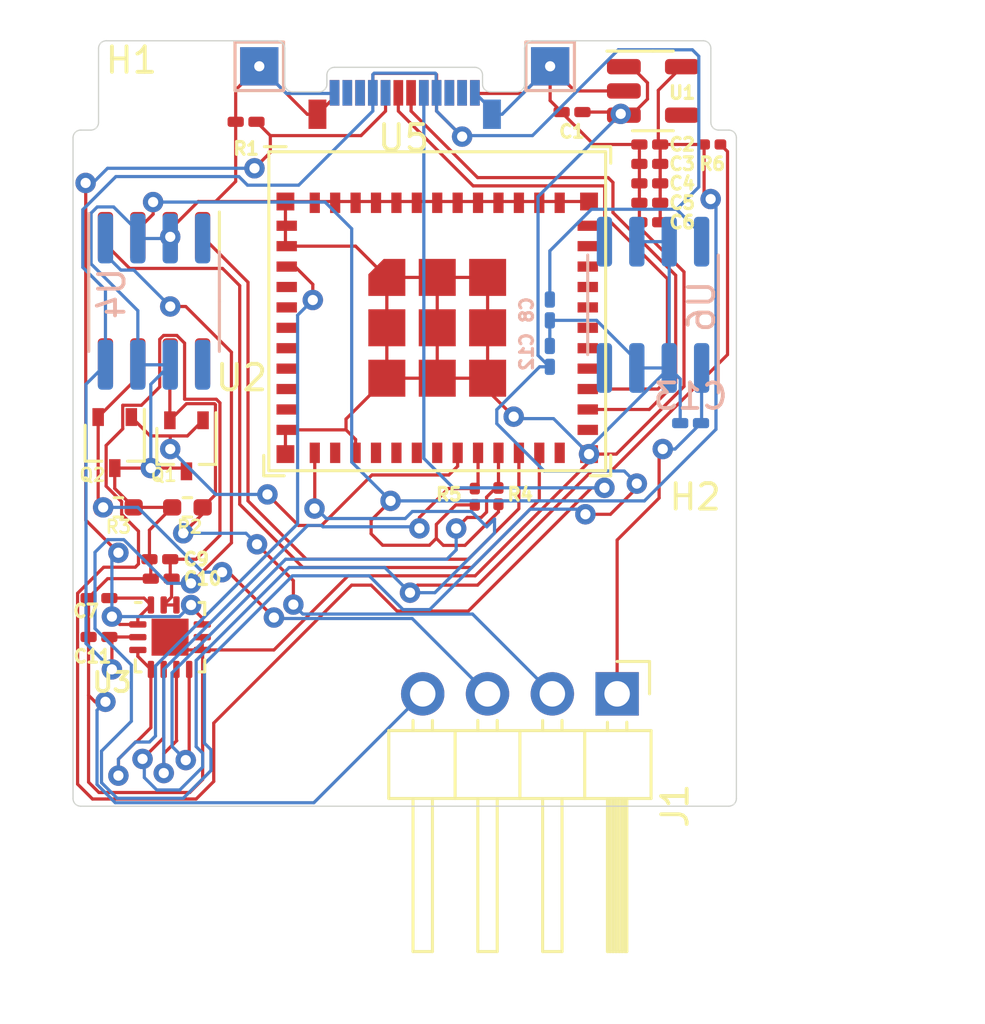
<source format=kicad_pcb>
(kicad_pcb (version 20221018) (generator pcbnew)
  (title_block (title "Expansion Card Template") (rev "X1") (company "Framework") (comment 1 "This work is licensed under a Creative Commons Attribution 4.0 International License") (comment 4 "https://frame.work"))
  (layers (0 "F.Cu" signal) (31 "B.Cu" signal) (34 "B.Paste" user) (35 "F.Paste" user) (36 "B.SilkS" user "B.Silkscreen") (37 "F.SilkS" user "F.Silkscreen") (38 "B.Mask" user) (39 "F.Mask" user) (44 "Edge.Cuts" user))
  (net 0 "")
  (net 1 "GND")
  (net 2 "+3V3")
  (net 3 "VBUS")
  (net 4 "/D+")
  (net 5 "/D-")
  (net 8 "/SDA")
  (net 9 "/SCL")
  (net 15 "+5V")
  (net 17 "/CC")
  (net 22 "/TERM")
  (net 25 "/RXD")
  (net 26 "/TXD")
  (net 31 "/CAN_TX")
  (net 32 "/CAN_RX")
  (net 34 "CAN_L")
  (net 36 "+3.3V")
  (net 37 "CAN_H")
  (net 40 "/VCONN")
  (net 41 "+12V")
  (net 42 "/INT")
  (footprint "Expansion_Card:USB_C_Plug_Molex_105444" (layer "F.Cu") (at 140 129)
    (fp_text reference "P1" hide)
    (fp_text value "USB_C_Plug_USB2.0")
    (fp_line (start -3.35 0) (end -4.3 0) (stroke (width 0.05)) (layer "Edge.Cuts"))
    (fp_line (start -3.05 -0.66) (end -3.05 -0.3) (stroke (width 0.05)) (layer "Edge.Cuts"))
    (fp_line (start -2.75 -0.96) (end 2.75 -0.96) (stroke (width 0.05)) (layer "Edge.Cuts"))
    (fp_line (start 3.05 -0.66) (end 3.05 -0.3) (stroke (width 0.05)) (layer "Edge.Cuts"))
    (fp_line (start 3.35 0) (end 4.3 0) (stroke (width 0.05)) (layer "Edge.Cuts"))
    (fp_arc (start -3.05 -0.66) (mid -2.962132 -0.872132) (end -2.75 -0.96) (stroke (width 0.05)) (layer "Edge.Cuts"))
    (fp_arc (start -3.05 -0.3) (mid -3.137868 -0.087868) (end -3.35 0) (stroke (width 0.05)) (layer "Edge.Cuts"))
    (fp_arc (start 2.75 -0.96) (mid 2.962132 -0.872132) (end 3.05 -0.66) (stroke (width 0.05)) (layer "Edge.Cuts"))
    (fp_arc (start 3.35 0) (mid 3.137868 -0.087868) (end 3.05 -0.3) (stroke (width 0.05)) (layer "Edge.Cuts"))
  )
  (footprint "TestPoint:TestPoint_Pad_1.5x1.5mm" (layer "F.Cu") (at 134.3 128)
    (fp_text reference "TP1" hide)
    (fp_text value "TestPoint")
  )
  (footprint "TestPoint:TestPoint_Pad_1.5x1.5mm" (layer "F.Cu") (at 145.7 128)
    (fp_text reference "TP3" hide)
    (fp_text value "TestPoint")
  )
  (footprint "Capacitor_SMD:C_0201_0603Metric_Pad0.64x0.40mm_HandSolder" (layer "F.Cu") (at 149.606 131.064 180)
    (fp_text reference "C2")
    (fp_text value "10uF")
  )
  (footprint "Capacitor_SMD:C_0201_0603Metric_Pad0.64x0.40mm_HandSolder" (layer "F.Cu") (at 146.558 129.794 180)
    (fp_text reference "C1")
    (fp_text value "10uF")
  )
  (footprint "Resistor_SMD:R_0201_0603Metric_Pad0.64x0.40mm_HandSolder" (layer "F.Cu") (at 133.7825 130.175 180)
    (fp_text reference "R1")
    (fp_text value "5.1k")
  )
  (footprint "MountingHole:MountingHole_2.2mm_M2" (layer "F.Cu") (at 151.384 148.082)
    (fp_text reference "H2")
    (fp_text value "MountingHole")
  )
  (footprint "Capacitor_SMD:C_0201_0603Metric_Pad0.64x0.40mm_HandSolder" (layer "F.Cu") (at 149.606 131.826 180)
    (fp_text reference "C3")
    (fp_text value "22uF")
  )
  (footprint "Capacitor_SMD:C_0201_0603Metric_Pad0.64x0.40mm_HandSolder" (layer "F.Cu") (at 130.4555 148.082 180)
    (fp_text reference "C10")
    (fp_text value "0.1uF")
  )
  (footprint "Espressif:ESP32-C3-MINI-1U" (layer "F.Cu") (at 141.275 137.55)
    (fp_text reference "U5")
    (fp_text value "ESP32-C3-MINI-1")
  )
  (footprint "Resistor_SMD:R_0402_1005Metric_Pad0.72x0.64mm_HandSolder" (layer "F.Cu") (at 131.4825 145.288 180)
    (fp_text reference "R2")
    (fp_text value "60R")
  )
  (footprint "Capacitor_SMD:C_0201_0603Metric_Pad0.64x0.40mm_HandSolder" (layer "F.Cu") (at 149.606 132.588 180)
    (fp_text reference "C4")
    (fp_text value "100nF")
  )
  (footprint "Resistor_SMD:R_0201_0603Metric" (layer "F.Cu") (at 152.055 131.064 180)
    (fp_text reference "R6")
    (fp_text value "4.7k")
  )
  (footprint "Resistor_SMD:R_0201_0603Metric" (layer "F.Cu") (at 142.748 144.871 -90)
    (fp_text reference "R5")
    (fp_text value "4.7k")
  )
  (footprint "Package_TO_SOT_SMD:SOT-23-5" (layer "F.Cu") (at 149.7275 128.966)
    (fp_text reference "U1")
    (fp_text value "AP2112K-3.3")
  )
  (footprint "Resistor_SMD:R_0201_0603Metric" (layer "F.Cu") (at 143.673 144.846 -90)
    (fp_text reference "R4")
    (fp_text value "4.7k")
  )
  (footprint "Capacitor_SMD:C_0201_0603Metric_Pad0.64x0.40mm_HandSolder" (layer "F.Cu") (at 149.606 133.35 180)
    (fp_text reference "C5")
    (fp_text value "1uF")
  )
  (footprint "MountingHole:MountingHole_2.2mm_M2" (layer "F.Cu") (at 129.286 130.556)
    (fp_text reference "H1")
    (fp_text value "MountingHole")
  )
  (footprint "Capacitor_SMD:C_0201_0603Metric_Pad0.64x0.40mm_HandSolder" (layer "F.Cu") (at 130.4025 147.32 180)
    (fp_text reference "C9")
    (fp_text value "1uF")
  )
  (footprint "Package_TO_SOT_SMD:SOT-323_SC-70" (layer "F.Cu") (at 131.445 142.875 -90)
    (fp_text reference "Q1")
    (fp_text value "BSS214NW")
  )
  (footprint "Package_DFN_QFN:WQFN-14-1EP_2.5x2.5mm_P0.5mm_EP1.45x1.45mm" (layer "F.Cu") (at 130.8025 150.376)
    (fp_text reference "U3")
    (fp_text value "FUSB302BMPX" hide)
  )
  (footprint "Connector_PinHeader_2.54mm:PinHeader_1x04_P2.54mm_Horizontal" (layer "F.Cu") (at 148.326 152.597 -90)
    (fp_text reference "J1")
    (fp_text value "Screw_Terminal_01x04")
  )
  (footprint "Package_SO:SOIC-8_3.9x4.9mm_P1.27mm" (layer "F.Cu") (at 130.175 137.16 -90)
    (fp_text reference "U2")
    (fp_text value "SN65HVD230")
  )
  (footprint "Package_TO_SOT_SMD:SOT-323_SC-70" (layer "F.Cu") (at 128.635 142.748 -90)
    (fp_text reference "Q2")
    (fp_text value "BSS214NW")
  )
  (footprint "Capacitor_SMD:C_0201_0603Metric_Pad0.64x0.40mm_HandSolder" (layer "F.Cu") (at 128.016 148.844 180)
    (fp_text reference "C7")
    (fp_text value "470pF")
  )
  (footprint "Resistor_SMD:R_0402_1005Metric_Pad0.72x0.64mm_HandSolder" (layer "F.Cu") (at 128.778 145.288)
    (fp_text reference "R3")
    (fp_text value "60R")
  )
  (footprint "Capacitor_SMD:C_0201_0603Metric_Pad0.64x0.40mm_HandSolder" (layer "F.Cu") (at 128.016 150.368 180)
    (fp_text reference "C11")
    (fp_text value "0.33uF")
  )
  (footprint "Capacitor_SMD:C_0201_0603Metric_Pad0.64x0.40mm_HandSolder" (layer "F.Cu") (at 149.606 134.112 180)
    (fp_text reference "C6")
    (fp_text value "0.1uF")
  )
  (footprint "TestPoint:TestPoint_Pad_1.5x1.5mm" (layer "B.Cu") (at 134.3 128)
    (fp_text reference "TP2" hide)
    (fp_text value "TestPoint")
  )
  (footprint "TestPoint:TestPoint_Pad_1.5x1.5mm" (layer "B.Cu") (at 145.7 128)
    (fp_text reference "TP4" hide)
    (fp_text value "TestPoint")
  )
  (footprint "Capacitor_SMD:C_0201_0603Metric_Pad0.64x0.40mm_HandSolder" (layer "B.Cu") (at 145.6885 139.3705 90)
    (fp_text reference "C12")
    (fp_text value "0.1uF")
  )
  (footprint "Package_SO:SOIC-8_3.9x4.9mm_P1.27mm" (layer "B.Cu") (at 130.175 137.225 -90)
    (fp_text reference "U4")
    (fp_text value "LM78L05_SO8")
  )
  (footprint "Capacitor_SMD:C_0201_0603Metric_Pad0.64x0.40mm_HandSolder" (layer "B.Cu") (at 145.6885 137.55 -90)
    (fp_text reference "C8")
    (fp_text value "0.33uF")
  )
  (footprint "Package_SO:SOIC-8_3.9x4.9mm_P1.27mm" (layer "B.Cu") (at 149.733 137.349 90)
    (fp_text reference "U6")
    (fp_text value "LM78L12_SO8")
  )
  (footprint "Capacitor_SMD:C_0201_0603Metric_Pad0.64x0.40mm_HandSolder" (layer "B.Cu") (at 151.2055 141.986 180)
    (fp_text reference "C13")
    (fp_text value "0.1uF")
  )
  (gr_line (start 153 130.8) (end 153 156.7) (stroke (width 0.05)) (layer "Edge.Cuts"))
  (gr_line (start 127.3 157) (end 152.7 157) (stroke (width 0.05)) (layer "Edge.Cuts"))
  (gr_arc (start 144.7 128.7) (mid 144.612132 128.912132) (end 144.4 129) (stroke (width 0.05)) (layer "Edge.Cuts"))
  (gr_arc (start 135 127) (mid 135.212132 127.087868) (end 135.3 127.3) (stroke (width 0.05)) (layer "Edge.Cuts"))
  (gr_line (start 144.7 128.7) (end 144.7 127.3) (stroke (width 0.05)) (layer "Edge.Cuts"))
  (gr_arc (start 144.7 127.3) (mid 144.787868 127.087868) (end 145 127) (stroke (width 0.05)) (layer "Edge.Cuts"))
  (gr_line (start 135 127) (end 128.3 127) (stroke (width 0.05)) (layer "Edge.Cuts"))
  (gr_line (start 145 127) (end 151.7 127) (stroke (width 0.05)) (layer "Edge.Cuts"))
  (gr_arc (start 127.3 157) (mid 127.087868 156.912132) (end 127 156.7) (stroke (width 0.05)) (layer "Edge.Cuts"))
  (gr_line (start 144.3 129) (end 144.4 129) (stroke (width 0.05)) (layer "Edge.Cuts"))
  (gr_arc (start 128 127.3) (mid 128.087868 127.087868) (end 128.3 127) (stroke (width 0.05)) (layer "Edge.Cuts"))
  (gr_line (start 128 130.2) (end 128 127.3) (stroke (width 0.05)) (layer "Edge.Cuts"))
  (gr_arc (start 128 130.2) (mid 127.912132 130.412132) (end 127.7 130.5) (stroke (width 0.05)) (layer "Edge.Cuts"))
  (gr_arc (start 127 130.8) (mid 127.087868 130.587868) (end 127.3 130.5) (stroke (width 0.05)) (layer "Edge.Cuts"))
  (gr_line (start 127.3 130.5) (end 127.7 130.5) (stroke (width 0.05)) (layer "Edge.Cuts"))
  (gr_line (start 152 130.2) (end 152 127.3) (stroke (width 0.05)) (layer "Edge.Cuts"))
  (gr_arc (start 152.7 130.5) (mid 152.912132 130.587868) (end 153 130.8) (stroke (width 0.05)) (layer "Edge.Cuts"))
  (gr_arc (start 152.3 130.5) (mid 152.087868 130.412132) (end 152 130.2) (stroke (width 0.05)) (layer "Edge.Cuts"))
  (gr_line (start 152.3 130.5) (end 152.7 130.5) (stroke (width 0.05)) (layer "Edge.Cuts"))
  (gr_arc (start 153 156.7) (mid 152.912132 156.912132) (end 152.7 157) (stroke (width 0.05)) (layer "Edge.Cuts"))
  (gr_arc (start 151.7 127) (mid 151.912132 127.087868) (end 152 127.3) (stroke (width 0.05)) (layer "Edge.Cuts"))
  (gr_line (start 135.6 129) (end 135.7 129) (stroke (width 0.05)) (layer "Edge.Cuts"))
  (gr_line (start 135.3 128.7) (end 135.3 127.3) (stroke (width 0.05)) (layer "Edge.Cuts"))
  (gr_line (start 127 130.8) (end 127 156.7) (stroke (width 0.05)) (layer "Edge.Cuts"))
  (gr_arc (start 135.6 129) (mid 135.387868 128.912132) (end 135.3 128.7) (stroke (width 0.05)) (layer "Edge.Cuts"))
  (segment (start 127.6085 156.0565) (end 128.016 156.464) (width 0.125) (layer "F.Cu") (net 1))
  (segment (start 145.7 128) (end 146.666 128.966) (width 0.125) (layer "F.Cu") (net 1))
  (segment (start 143.25 140.225) (end 143.25 136.275) (width 0.125) (layer "F.Cu") (net 1))
  (segment (start 130.81 134.396637) (end 131.906637 133.3) (width 0.125) (layer "F.Cu") (net 1))
  (segment (start 147.225 143.2) (end 147.225 143.50824) (width 0.125) (layer "F.Cu") (net 1))
  (segment (start 135.325 135) (end 135.375 135.05) (width 0.125) (layer "F.Cu") (net 1))
  (segment (start 127.6085 148.828848) (end 127.6085 148.844) (width 0.125) (layer "F.Cu") (net 1))
  (segment (start 137.25 129.21) (end 136.58 129.88) (width 0.125) (layer "F.Cu") (net 1))
  (segment (start 136.18 129.88) (end 134.3 128) (width 0.125) (layer "F.Cu") (net 1))
  (segment (start 128.635 144.5475) (end 128.635 143.748) (width 0.125) (layer "F.Cu") (net 1))
  (segment (start 146.1505 129.809152) (end 146.1505 129.794) (width 0.125) (layer "F.Cu") (net 1))
  (segment (start 149.1985 131.064) (end 149.1985 132.588) (width 0.125) (layer "F.Cu") (net 1))
  (segment (start 143.25 136.275) (end 139.3 136.275) (width 0.125) (layer "F.Cu") (net 1))
  (segment (start 141.275 140.225) (end 141.275 136.275) (width 0.125) (layer "F.Cu") (net 1))
  (segment (start 130.048 143.748) (end 131.318 143.748) (width 0.125) (layer "F.Cu") (net 1))
  (segment (start 139.3 136.275) (end 139.3 140.225) (width 0.125) (layer "F.Cu") (net 1))
  (segment (start 142.75 129.04) (end 142.773967 129.063967) (width 0.125) (layer "F.Cu") (net 1))
  (segment (start 132.08 155.956) (end 132.08 150.891) (width 0.125) (layer "F.Cu") (net 1))
  (segment (start 135.325 143.2) (end 135.325 142.3) (width 0.125) (layer "F.Cu") (net 1))
  (segment (start 146.1505 129.794) (end 145.7 129.3435) (width 0.125) (layer "F.Cu") (net 1))
  (segment (start 129.995 147.32) (end 129.995 146.178) (width 0.125) (layer "F.Cu") (net 1))
  (segment (start 148.29524 143.2) (end 147.225 143.2) (width 0.125) (layer "F.Cu") (net 1))
  (segment (start 132.065 150.376) (end 132.065 150.876) (width 0.125) (layer "F.Cu") (net 1))
  (segment (start 128.355348 148.082) (end 127.6085 148.828848) (width 0.125) (layer "F.Cu") (net 1))
  (segment (start 131.3025 150.876) (end 130.8025 150.376) (width 0.125) (layer "F.Cu") (net 1))
  (segment (start 136.58 129.88) (end 136.18 129.88) (width 0.125) (layer "F.Cu") (net 1))
  (segment (start 134.874 150.876) (end 132.065 150.876) (width 0.125) (layer "F.Cu") (net 1))
  (segment (start 150.947 140.54824) (end 148.29524 143.2) (width 0.125) (layer "F.Cu") (net 1))
  (segment (start 135.325 133.3) (end 147.225 133.3) (width 0.125) (layer "F.Cu") (net 1))
  (segment (start 131.318 143.748) (end 131.445 143.875) (width 0.125) (layer "F.Cu") (net 1))
  (segment (start 137.78 147.97) (end 134.874 150.876) (width 0.125) (layer "F.Cu") (net 1))
  (segment (start 132.065 150.876) (end 131.3025 150.876) (width 0.125) (layer "F.Cu") (net 1))
  (segment (start 143.25 140.71) (end 144.272 141.732) (width 0.125) (layer "F.Cu") (net 1))
  (segment (start 129.3755 145.288) (end 130.885 145.288) (width 0.125) (layer "F.Cu") (net 1))
  (segment (start 130.048 148.082) (end 128.355348 148.082) (width 0.125) (layer "F.Cu") (net 1))
  (segment (start 131.572 156.464) (end 132.08 155.956) (width 0.125) (layer "F.Cu") (net 1))
  (segment (start 137.7 142.25) (end 138.075 142.625) (width 0.125) (layer "F.Cu") (net 1))
  (segment (start 129.3755 145.288) (end 128.635 144.5475) (width 0.125) (layer "F.Cu") (net 1))
  (segment (start 130.048 147.373) (end 129.995 147.32) (width 0.125) (layer "F.Cu") (net 1))
  (segment (start 132.588 133.3) (end 135.325 133.3) (width 0.125) (layer "F.Cu") (net 1))
  (segment (start 149.1985 132.588) (end 149.1985 134.30926) (width 0.125) (layer "F.Cu") (net 1))
  (segment (start 143.25 140.225) (end 143.25 140.71) (width 0.125) (layer "F.Cu") (net 1))
  (segment (start 128.635 143.748) (end 130.048 143.748) (width 0.125) (layer "F.Cu") (net 1))
  (segment (start 139.3 136.275) (end 138.075 135.05) (width 0.125) (layer "F.Cu") (net 1))
  (segment (start 135.325 133.3) (end 135.325 135) (width 0.125) (layer "F.Cu") (net 1))
  (segment (start 132.588 133.3) (end 133.375 132.513) (width 0.125) (layer "F.Cu") (net 1))
  (segment (start 147.225 143.50824) (end 142.76324 147.97) (width 0.125) (layer "F.Cu") (net 1))
  (segment (start 135.375 142.25) (end 137.7 142.25) (width 0.125) (layer "F.Cu") (net 1))
  (segment (start 137.7 142.25) (end 137.7 141.825) (width 0.125) (layer "F.Cu") (net 1))
  (segment (start 149.1985 134.30926) (end 150.947 136.057762) (width 0.125) (layer "F.Cu") (net 1))
  (segment (start 134.3 128) (end 133.375 128.925) (width 0.125) (layer "F.Cu") (net 1))
  (segment (start 128.27 152.908) (end 127.8625 152.908) (width 0.125) (layer "F.Cu") (net 1))
  (segment (start 130.81 134.685) (end 130.81 134.396637) (width 0.125) (layer "F.Cu") (net 1))
  (segment (start 127.6085 152.654) (end 127.6085 156.0565) (width 0.125) (layer "F.Cu") (net 1))
  (segment (start 135.325 142.3) (end 135.375 142.25) (width 0.125) (layer "F.Cu") (net 1))
  (segment (start 127.6085 148.844) (end 127.6085 152.654) (width 0.125) (layer "F.Cu") (net 1))
  (segment (start 150.947 136.057762) (end 150.947 140.54824) (width 0.125) (layer "F.Cu") (net 1))
  (segment (start 142.76324 147.97) (end 137.78 147.97) (width 0.125) (layer "F.Cu") (net 1))
  (segment (start 147.405348 131.064) (end 146.1505 129.809152) (width 0.125) (layer "F.Cu") (net 1))
  (segment (start 146.666 128.966) (end 148.59 128.966) (width 0.125) (layer "F.Cu") (net 1))
  (segment (start 149.1985 131.064) (end 147.405348 131.064) (width 0.125) (layer "F.Cu") (net 1))
  (segment (start 131.906637 133.3) (end 132.588 133.3) (width 0.125) (layer "F.Cu") (net 1))
  (segment (start 138.075 142.625) (end 138.075 143.15) (width 0.125) (layer "F.Cu") (net 1))
  (segment (start 144.636033 129.063967) (end 145.7 128) (width 0.125) (layer "F.Cu") (net 1))
  (segment (start 133.375 128.925) (end 133.375 130.175) (width 0.125) (layer "F.Cu") (net 1))
  (segment (start 127.8625 152.908) (end 127.6085 152.654) (width 0.125) (layer "F.Cu") (net 1))
  (segment (start 132.08 150.891) (end 132.065 150.876) (width 0.125) (layer "F.Cu") (net 1))
  (segment (start 128.016 156.464) (end 131.572 156.464) (width 0.125) (layer "F.Cu") (net 1))
  (segment (start 130.048 148.082) (end 130.048 147.373) (width 0.125) (layer "F.Cu") (net 1))
  (segment (start 137.25 129.04) (end 137.25 129.21) (width 0.125) (layer "F.Cu") (net 1))
  (segment (start 139.3 140.225) (end 143.25 140.225) (width 0.125) (layer "F.Cu") (net 1))
  (segment (start 137.7 141.825) (end 139.3 140.225) (width 0.125) (layer "F.Cu") (net 1))
  (segment (start 133.375 132.513) (end 133.375 130.175) (width 0.125) (layer "F.Cu") (net 1))
  (segment (start 145.7 129.3435) (end 145.7 128) (width 0.125) (layer "F.Cu") (net 1))
  (segment (start 142.773967 129.063967) (end 144.636033 129.063967) (width 0.125) (layer "F.Cu") (net 1))
  (segment (start 129.995 146.178) (end 130.885 145.288) (width 0.125) (layer "F.Cu") (net 1))
  (segment (start 138.075 135.05) (end 135.375 135.05) (width 0.125) (layer "F.Cu") (net 1))
  (via (at 134.3 128) (size 0.8) (drill 0.4) (layers "F.Cu" "B.Cu") (net 1))
  (via (at 145.7 128) (size 0.8) (drill 0.4) (layers "F.Cu" "B.Cu") (net 1))
  (via (at 128.27 152.908) (size 0.8) (drill 0.4) (layers "F.Cu" "B.Cu") (net 1))
  (via (at 144.272 141.732) (size 0.8) (drill 0.4) (layers "F.Cu" "B.Cu") (net 1))
  (via (at 147.225 143.2) (size 0.8) (drill 0.4) (layers "F.Cu" "B.Cu") (net 1))
  (via (at 130.81 134.685) (size 0.8) (drill 0.4) (layers "F.Cu" "B.Cu") (net 1))
  (via (at 130.048 143.748) (size 0.8) (drill 0.4) (layers "F.Cu" "B.Cu") (net 1))
  (segment (start 140.706 152.597) (end 136.4385 156.8645) (width 0.125) (layer "B.Cu") (net 1))
  (segment (start 128.590863 133.5125) (end 129.54 134.461637) (width 0.125) (layer "B.Cu") (net 1))
  (segment (start 129.54 134.461637) (end 129.54 134.75) (width 0.125) (layer "B.Cu") (net 1))
  (segment (start 143.82 129.88) (end 143.42 129.88) (width 0.125) (layer "B.Cu") (net 1))
  (segment (start 135.363967 129.063967) (end 134.3 128) (width 0.125) (layer "B.Cu") (net 1))
  (segment (start 129.54 139.7) (end 129.54 137.578363) (width 0.125) (layer "B.Cu") (net 1))
  (segment (start 149.098 139.535637) (end 149.098 139.824) (width 0.125) (layer "B.Cu") (net 1))
  (segment (start 145.6885 137.9575) (end 147.519863 137.9575) (width 0.125) (layer "B.Cu") (net 1))
  (segment (start 144.349054 141.809054) (end 144.272 141.732) (width 0.125) (layer "B.Cu") (net 1))
  (segment (start 150.368 134.874) (end 149.098 134.874) (width 0.125) (layer "B.Cu") (net 1))
  (segment (start 150.368 139.824) (end 147.225 142.967) (width 0.125) (layer "B.Cu") (net 1))
  (segment (start 130.048 140.462) (end 130.048 143.748) (width 0.125) (layer "B.Cu") (net 1))
  (segment (start 147.225 142.967) (end 147.225 143.2) (width 0.125) (layer "B.Cu") (net 1))
  (segment (start 127.949137 133.5125) (end 128.590863 133.5125) (width 0.125) (layer "B.Cu") (net 1))
  (segment (start 150.798 141.986) (end 150.798 140.254) (width 0.125) (layer "B.Cu") (net 1))
  (segment (start 130.81 139.7) (end 130.048 140.462) (width 0.125) (layer "B.Cu") (net 1))
  (segment (start 145.6885 138.963) (end 145.6885 137.9575) (width 0.125) (layer "B.Cu") (net 1))
  (segment (start 145.834054 141.809054) (end 144.349054 141.809054) (width 0.125) (layer "B.Cu") (net 1))
  (segment (start 127.7075 133.754137) (end 127.949137 133.5125) (width 0.125) (layer "B.Cu") (net 1))
  (segment (start 145.7 128) (end 143.82 129.88) (width 0.125) (layer "B.Cu") (net 1))
  (segment (start 127.9405 153.2375) (end 128.27 152.908) (width 0.125) (layer "B.Cu") (net 1))
  (segment (start 128.656095 156.8645) (end 127.9405 156.148904) (width 0.125) (layer "B.Cu") (net 1))
  (segment (start 150.368 139.824) (end 150.368 134.874) (width 0.125) (layer "B.Cu") (net 1))
  (segment (start 147.225 143.2) (end 145.834054 141.809054) (width 0.125) (layer "B.Cu") (net 1))
  (segment (start 150.798 140.254) (end 150.368 139.824) (width 0.125) (layer "B.Cu") (net 1))
  (segment (start 147.519863 137.9575) (end 149.098 139.535637) (width 0.125) (layer "B.Cu") (net 1))
  (segment (start 137.226033 129.063967) (end 135.363967 129.063967) (width 0.125) (layer "B.Cu") (net 1))
  (segment (start 143.42 129.88) (end 143.42 129.71) (width 0.125) (layer "B.Cu") (net 1))
  (segment (start 129.54 137.578363) (end 127.7075 135.745863) (width 0.125) (layer "B.Cu") (net 1))
  (segment (start 137.25 129.04) (end 137.226033 129.063967) (width 0.125) (layer "B.Cu") (net 1))
  (segment (start 136.4385 156.8645) (end 128.656095 156.8645) (width 0.125) (layer "B.Cu") (net 1))
  (segment (start 149.098 139.824) (end 150.368 139.824) (width 0.125) (layer "B.Cu") (net 1))
  (segment (start 129.54 139.7) (end 130.81 139.7) (width 0.125) (layer "B.Cu") (net 1))
  (segment (start 143.42 129.71) (end 142.75 129.04) (width 0.125) (layer "B.Cu") (net 1))
  (segment (start 127.9405 156.148904) (end 127.9405 153.2375) (width 0.125) (layer "B.Cu") (net 1))
  (segment (start 129.54 134.75) (end 130.81 134.75) (width 0.125) (layer "B.Cu") (net 1))
  (segment (start 127.7075 135.745863) (end 127.7075 133.754137) (width 0.125) (layer "B.Cu") (net 1))
  (segment (start 130.138453 133.798184) (end 129.54 134.396637) (width 0.125) (layer "F.Cu") (net 2))
  (segment (start 140.968355 146.772355) (end 141.238855 146.501855) (width 0.125) (layer "F.Cu") (net 2))
  (segment (start 150.0135 132.588) (end 150.0135 134.112) (width 0.125) (layer "F.Cu") (net 2))
  (segment (start 138.684 146.3205) (end 139.135855 146.772355) (width 0.125) (layer "F.Cu") (net 2))
  (segment (start 130.138453 133.321725) (end 130.138453 133.798184) (width 0.125) (layer "F.Cu") (net 2))
  (segment (start 142.748 145.191) (end 142.004641 145.191) (width 0.125) (layer "F.Cu") (net 2))
  (segment (start 138.684 146.3205) (end 138.684 145.796) (width 0.125) (layer "F.Cu") (net 2))
  (segment (start 150.0135 131.064) (end 151.735 131.064) (width 0.125) (layer "F.Cu") (net 2))
  (segment (start 142.004641 145.191) (end 141.238855 145.956786) (width 0.125) (layer "F.Cu") (net 2))
  (segment (start 143.673 145.468271) (end 143.673 145.166) (width 0.125) (layer "F.Cu") (net 2))
  (segment (start 150.865 128.016) (end 149.94 128.941) (width 0.125) (layer "F.Cu") (net 2))
  (segment (start 149.94 130.9905) (end 150.0135 131.064) (width 0.125) (layer "F.Cu") (net 2))
  (segment (start 141.238855 146.501855) (end 141.514771 146.777771) (width 0.125) (layer "F.Cu") (net 2))
  (segment (start 150.0135 132.334) (end 150.0135 132.588) (width 0.125) (layer "F.Cu") (net 2))
  (segment (start 139.135855 146.772355) (end 140.968355 146.772355) (width 0.125) (layer "F.Cu") (net 2))
  (segment (start 150.0135 131.064) (end 150.0135 132.334) (width 0.125) (layer "F.Cu") (net 2))
  (segment (start 151.735 132.946774) (end 151.735 131.064) (width 0.125) (layer "F.Cu") (net 2))
  (segment (start 141.238855 145.956786) (end 141.238855 146.501855) (width 0.125) (layer "F.Cu") (net 2))
  (segment (start 142.3635 146.777771) (end 143.673 145.468271) (width 0.125) (layer "F.Cu") (net 2))
  (segment (start 138.684 145.796) (end 139.446 145.034) (width 0.125) (layer "F.Cu") (net 2))
  (segment (start 149.94 128.941) (end 149.94 130.9905) (width 0.125) (layer "F.Cu") (net 2))
  (segment (start 129.54 134.396637) (end 129.54 134.685) (width 0.125) (layer "F.Cu") (net 2))
  (segment (start 151.9924 133.204174) (end 151.735 132.946774) (width 0.125) (layer "F.Cu") (net 2))
  (segment (start 141.514771 146.777771) (end 142.3635 146.777771) (width 0.125) (layer "F.Cu") (net 2))
  (via (at 151.9924 133.204174) (size 0.8) (drill 0.4) (layers "F.Cu" "B.Cu") (net 2))
  (via (at 139.446 145.034) (size 0.8) (drill 0.4) (layers "F.Cu" "B.Cu") (net 2))
  (via (at 130.138453 133.321725) (size 0.8) (drill 0.4) (layers "F.Cu" "B.Cu") (net 2))
  (segment (start 130.138453 133.321725) (end 136.877725 133.321725) (width 0.125) (layer "B.Cu") (net 2))
  (segment (start 136.877725 133.321725) (end 137.922 134.366) (width 0.125) (layer "B.Cu") (net 2))
  (segment (start 152.2005 142.228652) (end 149.395152 145.034) (width 0.125) (layer "B.Cu") (net 2))
  (segment (start 149.395152 145.034) (end 139.446 145.034) (width 0.125) (layer "B.Cu") (net 2))
  (segment (start 137.922 134.366) (end 137.922 143.51) (width 0.125) (layer "B.Cu") (net 2))
  (segment (start 151.9924 133.204174) (end 152.2005 133.412274) (width 0.125) (layer "B.Cu") (net 2))
  (segment (start 137.922 143.51) (end 139.446 145.034) (width 0.125) (layer "B.Cu") (net 2))
  (segment (start 152.2005 133.412274) (end 152.2005 142.228652) (width 0.125) (layer "B.Cu") (net 2))
  (segment (start 141.25 129.755) (end 142.250899 130.755899) (width 0.125) (layer "F.Cu") (net 3))
  (segment (start 141.2025 128.2775) (end 141.25 128.325) (width 0.125) (layer "F.Cu") (net 3))
  (segment (start 141.25 129.04) (end 141.25 129.755) (width 0.125) (layer "F.Cu") (net 3))
  (segment (start 141.25 128.325) (end 141.25 129.04) (width 0.125) (layer "F.Cu") (net 3))
  (segment (start 138.7975 128.2775) (end 141.2025 128.2775) (width 0.125) (layer "F.Cu") (net 3))
  (segment (start 128.524 150.4685) (end 128.4235 150.368) (width 0.125) (layer "F.Cu") (net 3))
  (segment (start 138.75 129.04) (end 138.75 128.325) (width 0.125) (layer "F.Cu") (net 3))
  (segment (start 138.75 128.325) (end 138.7975 128.2775) (width 0.125) (layer "F.Cu") (net 3))
  (segment (start 129.532 150.368) (end 129.54 150.376) (width 0.125) (layer "F.Cu") (net 3))
  (segment (start 128.4235 150.368) (end 129.532 150.368) (width 0.125) (layer "F.Cu") (net 3))
  (segment (start 128.524 151.638) (end 128.524 150.4685) (width 0.125) (layer "F.Cu") (net 3))
  (via (at 128.524 151.638) (size 0.8) (drill 0.4) (layers "F.Cu" "B.Cu") (net 3))
  (via (at 142.250899 130.755899) (size 0.8) (drill 0.4) (layers "F.Cu" "B.Cu") (net 3))
  (segment (start 127.3825 133.619518) (end 128.679793 132.322225) (width 0.125) (layer "B.Cu") (net 3))
  (segment (start 147.32 133.604) (end 145.6885 135.2355) (width 0.125) (layer "B.Cu") (net 3))
  (segment (start 148.3715 127.3535) (end 151.275 127.3535) (width 0.125) (layer "B.Cu") (net 3))
  (segment (start 141.195 128.27) (end 138.805 128.27) (width 0.125) (layer "B.Cu") (net 3))
  (segment (start 151.5275 127.606) (end 151.5275 132.732863) (width 0.125) (layer "B.Cu") (net 3))
  (segment (start 127.508 140.462) (end 127.508 150.622) (width 0.125) (layer "B.Cu") (net 3))
  (segment (start 145.0075 130.7175) (end 148.3715 127.3535) (width 0.125) (layer "B.Cu") (net 3))
  (segment (start 138.75 129.755) (end 138.75 129.04) (width 0.125) (layer "B.Cu") (net 3))
  (segment (start 141.25 129.04) (end 141.232 129.04) (width 0.125) (layer "B.Cu") (net 3))
  (segment (start 128.27 139.7) (end 127.508 140.462) (width 0.125) (layer "B.Cu") (net 3))
  (segment (start 127.508 150.622) (end 128.524 151.638) (width 0.125) (layer "B.Cu") (net 3))
  (segment (start 142.289298 130.7175) (end 145.0075 130.7175) (width 0.125) (layer "B.Cu") (net 3))
  (segment (start 151.5275 132.732863) (end 150.656363 133.604) (width 0.125) (layer "B.Cu") (net 3))
  (segment (start 151.638 134.874) (end 151.638 134.585637) (width 0.125) (layer "B.Cu") (net 3))
  (segment (start 133.500083 132.322225) (end 133.837583 132.659725) (width 0.125) (layer "B.Cu") (net 3))
  (segment (start 150.656363 133.604) (end 147.32 133.604) (width 0.125) (layer "B.Cu") (net 3))
  (segment (start 133.837583 132.659725) (end 135.845275 132.659725) (width 0.125) (layer "B.Cu") (net 3))
  (segment (start 141.232 129.04) (end 141.232 128.307) (width 0.125) (layer "B.Cu") (net 3))
  (segment (start 141.25 129.04) (end 141.25 129.755) (width 0.125) (layer "B.Cu") (net 3))
  (segment (start 141.25 129.755) (end 142.250899 130.755899) (width 0.125) (layer "B.Cu") (net 3))
  (segment (start 141.232 128.307) (end 141.195 128.27) (width 0.125) (layer "B.Cu") (net 3))
  (segment (start 128.27 136.767983) (end 127.3825 135.880482) (width 0.125) (layer "B.Cu") (net 3))
  (segment (start 145.6885 135.2355) (end 145.6885 137.1425) (width 0.125) (layer "B.Cu") (net 3))
  (segment (start 138.75 128.325) (end 138.75 129.04) (width 0.125) (layer "B.Cu") (net 3))
  (segment (start 135.845275 132.659725) (end 138.75 129.755) (width 0.125) (layer "B.Cu") (net 3))
  (segment (start 151.275 127.3535) (end 151.5275 127.606) (width 0.125) (layer "B.Cu") (net 3))
  (segment (start 128.27 139.7) (end 128.27 136.767983) (width 0.125) (layer "B.Cu") (net 3))
  (segment (start 127.3825 135.880482) (end 127.3825 133.619518) (width 0.125) (layer "B.Cu") (net 3))
  (segment (start 142.250899 130.755899) (end 142.289298 130.7175) (width 0.125) (layer "B.Cu") (net 3))
  (segment (start 151.638 134.585637) (end 150.656363 133.604) (width 0.125) (layer "B.Cu") (net 3))
  (segment (start 128.679793 132.322225) (end 133.500083 132.322225) (width 0.125) (layer "B.Cu") (net 3))
  (segment (start 138.805 128.27) (end 138.75 128.325) (width 0.125) (layer "B.Cu") (net 3))
  (segment (start 150.297 140.279) (end 150.297 136.327) (width 0.125) (layer "F.Cu") (net 4))
  (segment (start 150.297 136.327) (end 147.8375 133.8675) (width 0.125) (layer "F.Cu") (net 4))
  (segment (start 147.175 140.65) (end 149.926 140.65) (width 0.125) (layer "F.Cu") (net 4))
  (segment (start 149.926 140.65) (end 150.297 140.279) (width 0.125) (layer "F.Cu") (net 4))
  (segment (start 139.75 129.755) (end 139.75 129.04) (width 0.125) (layer "F.Cu") (net 4))
  (segment (start 147.8375 132.6875) (end 142.6825 132.6875) (width 0.125) (layer "F.Cu") (net 4))
  (segment (start 147.8375 133.8675) (end 147.8375 132.6875) (width 0.125) (layer "F.Cu") (net 4))
  (segment (start 142.6825 132.6875) (end 139.75 129.755) (width 0.125) (layer "F.Cu") (net 4))
  (segment (start 148.1625 132.552881) (end 148.1625 133.73288) (width 0.125) (layer "F.Cu") (net 5))
  (segment (start 150.622 140.41362) (end 149.58562 141.45) (width 0.125) (layer "F.Cu") (net 5))
  (segment (start 140.25 129.04) (end 140.25 129.755) (width 0.125) (layer "F.Cu") (net 5))
  (segment (start 140.25 129.755) (end 142.8575 132.3625) (width 0.125) (layer "F.Cu") (net 5))
  (segment (start 147.972119 132.3625) (end 148.1625 132.552881) (width 0.125) (layer "F.Cu") (net 5))
  (segment (start 150.622 136.192381) (end 150.622 140.41362) (width 0.125) (layer "F.Cu") (net 5))
  (segment (start 149.58562 141.45) (end 147.175 141.45) (width 0.125) (layer "F.Cu") (net 5))
  (segment (start 148.1625 133.73288) (end 150.622 136.192381) (width 0.125) (layer "F.Cu") (net 5))
  (segment (start 142.8575 132.3625) (end 147.972119 132.3625) (width 0.125) (layer "F.Cu") (net 5))
  (segment (start 143.2105 145.471152) (end 143.2105 144.885848) (width 0.125) (layer "F.Cu") (net 8))
  (segment (start 143.675 144.524) (end 143.675 143.15) (width 0.125) (layer "F.Cu") (net 8))
  (segment (start 142.017287 146.115271) (end 142.449058 145.6835) (width 0.125) (layer "F.Cu") (net 8))
  (segment (start 131.5525 155.0595) (end 131.5525 151.6385) (width 0.125) (layer "F.Cu") (net 8))
  (segment (start 131.418 155.194) (end 131.5525 155.0595) (width 0.125) (layer "F.Cu") (net 8))
  (segment (start 143.673 144.526) (end 143.675 144.524) (width 0.125) (layer "F.Cu") (net 8))
  (segment (start 143.2105 144.885848) (end 143.570348 144.526) (width 0.125) (layer "F.Cu") (net 8))
  (segment (start 142.449058 145.6835) (end 142.998152 145.6835) (width 0.125) (layer "F.Cu") (net 8))
  (segment (start 143.570348 144.526) (end 143.673 144.526) (width 0.125) (layer "F.Cu") (net 8))
  (segment (start 142.998152 145.6835) (end 143.2105 145.471152) (width 0.125) (layer "F.Cu") (net 8))
  (via (at 142.017287 146.115271) (size 0.8) (drill 0.4) (layers "F.Cu" "B.Cu") (net 8))
  (via (at 131.418 155.194) (size 0.8) (drill 0.4) (layers "F.Cu" "B.Cu") (net 8))
  (segment (start 130.881 154.657) (end 131.418 155.194) (width 0.125) (layer "B.Cu") (net 8))
  (segment (start 142.017287 146.115271) (end 142.017287 146.95563) (width 0.125) (layer "B.Cu") (net 8))
  (segment (start 142.017287 146.95563) (end 141.652417 147.3205) (width 0.125) (layer "B.Cu") (net 8))
  (segment (start 130.881 151.77262) (end 130.881 154.657) (width 0.125) (layer "B.Cu") (net 8))
  (segment (start 135.33312 147.3205) (end 130.881 151.77262) (width 0.125) (layer "B.Cu") (net 8))
  (segment (start 141.652417 147.3205) (end 135.33312 147.3205) (width 0.125) (layer "B.Cu") (net 8))
  (segment (start 131.064 154.432) (end 131.0525 154.4205) (width 0.125) (layer "F.Cu") (net 9))
  (segment (start 141.707 144.551) (end 142.748 144.551) (width 0.125) (layer "F.Cu") (net 9))
  (segment (start 140.576355 145.681645) (end 141.707 144.551) (width 0.125) (layer "F.Cu") (net 9))
  (segment (start 142.875 143.15) (end 142.875 144.424) (width 0.125) (layer "F.Cu") (net 9))
  (segment (start 140.576355 146.109855) (end 140.576355 145.681645) (width 0.125) (layer "F.Cu") (net 9))
  (segment (start 131.0525 154.4205) (end 131.0525 151.6385) (width 0.125) (layer "F.Cu") (net 9))
  (segment (start 142.875 144.424) (end 142.748 144.551) (width 0.125) (layer "F.Cu") (net 9))
  (segment (start 130.556 154.94) (end 131.064 154.432) (width 0.125) (layer "F.Cu") (net 9))
  (segment (start 130.556 155.702) (end 130.556 154.94) (width 0.125) (layer "F.Cu") (net 9))
  (via (at 140.576355 146.109855) (size 0.8) (drill 0.4) (layers "F.Cu" "B.Cu") (net 9))
  (via (at 130.556 155.702) (size 0.8) (drill 0.4) (layers "F.Cu" "B.Cu") (net 9))
  (segment (start 130.556 151.638) (end 130.556 155.702) (width 0.125) (layer "B.Cu") (net 9))
  (segment (start 136.793485 146.05) (end 136.739485 145.996) (width 0.125) (layer "B.Cu") (net 9))
  (segment (start 140.576355 146.109855) (end 140.5165 146.05) (width 0.125) (layer "B.Cu") (net 9))
  (segment (start 140.5165 146.05) (end 136.793485 146.05) (width 0.125) (layer "B.Cu") (net 9))
  (segment (start 136.739485 145.996) (end 136.198 145.996) (width 0.125) (layer "B.Cu") (net 9))
  (segment (start 136.198 145.996) (end 130.556 151.638) (width 0.125) (layer "B.Cu") (net 9))
  (segment (start 148.59 129.916) (end 148.5185 129.916) (width 0.125) (layer "F.Cu") (net 15))
  (segment (start 148.468 129.794) (end 146.9655 129.794) (width 0.125) (layer "F.Cu") (net 15))
  (segment (start 148.59 129.916) (end 148.468 129.794) (width 0.125) (layer "F.Cu") (net 15))
  (segment (start 148.5185 129.916) (end 148.468 129.8655) (width 0.125) (layer "F.Cu") (net 15))
  (segment (start 149.515 129.286863) (end 149.515 128.645137) (width 0.125) (layer "F.Cu") (net 15))
  (segment (start 149.098 144.356392) (end 149.098 144.526) (width 0.125) (layer "F.Cu") (net 15))
  (segment (start 148.885863 129.916) (end 149.515 129.286863) (width 0.125) (layer "F.Cu") (net 15))
  (segment (start 148.885863 128.016) (end 148.59 128.016) (width 0.125) (layer "F.Cu") (net 15))
  (segment (start 148.59 129.916) (end 148.885863 129.916) (width 0.125) (layer "F.Cu") (net 15))
  (segment (start 149.515 128.645137) (end 148.885863 128.016) (width 0.125) (layer "F.Cu") (net 15))
  (segment (start 148.065425 145.558575) (end 147.082575 145.558575) (width 0.125) (layer "F.Cu") (net 15))
  (segment (start 131.623803 148.264295) (end 133.208 146.680098) (width 0.125) (layer "F.Cu") (net 15))
  (segment (start 149.098 144.526) (end 148.065425 145.558575) (width 0.125) (layer "F.Cu") (net 15))
  (segment (start 133.208 146.680098) (end 133.208 139.204637) (width 0.125) (layer "F.Cu") (net 15))
  (segment (start 131.417363 137.414) (end 130.81 137.414) (width 0.125) (layer "F.Cu") (net 15))
  (segment (start 133.208 139.204637) (end 131.417363 137.414) (width 0.125) (layer "F.Cu") (net 15))
  (via (at 131.623803 148.264295) (size 0.8) (drill 0.4) (layers "F.Cu" "B.Cu") (net 15))
  (via (at 147.082575 145.558575) (size 0.8) (drill 0.4) (layers "F.Cu" "B.Cu") (net 15))
  (via (at 149.098 144.356392) (size 0.8) (drill 0.4) (layers "F.Cu" "B.Cu") (net 15))
  (via (at 148.468 129.8655) (size 0.8) (drill 0.4) (layers "F.Cu" "B.Cu") (net 15))
  (via (at 130.81 137.414) (size 0.8) (drill 0.4) (layers "F.Cu" "B.Cu") (net 15))
  (segment (start 132.4055 155.603037) (end 132.4055 154.784963) (width 0.125) (layer "B.Cu") (net 15))
  (segment (start 129.286 153.67) (end 128.1155 154.8405) (width 0.125) (layer "B.Cu") (net 15))
  (segment (start 149.098 144.356392) (end 148.604108 143.8625) (width 0.125) (layer "B.Cu") (net 15))
  (segment (start 148.604108 143.8625) (end 145.465583 143.8625) (width 0.125) (layer "B.Cu") (net 15))
  (segment (start 138.609583 147.9705) (end 139.933583 149.2945) (width 0.125) (layer "B.Cu") (net 15))
  (segment (start 132.151 154.530463) (end 132.151 151.42186) (width 0.125) (layer "B.Cu") (net 15))
  (segment (start 145.226 139.330652) (end 145.673348 139.778) (width 0.125) (layer "B.Cu") (net 15))
  (segment (start 128.27 135.382) (end 128.27 134.75) (width 0.125) (layer "B.Cu") (net 15))
  (segment (start 140.979826 149.2945) (end 144.915326 145.359) (width 0.125) (layer "B.Cu") (net 15))
  (segment (start 135.60236 147.9705) (end 138.609583 147.9705) (width 0.125) (layer "B.Cu") (net 15))
  (segment (start 144.915326 145.359) (end 146.883 145.359) (width 0.125) (layer "B.Cu") (net 15))
  (segment (start 145.226 133.1075) (end 145.226 139.330652) (width 0.125) (layer "B.Cu") (net 15))
  (segment (start 128.728583 156.6895) (end 131.319037 156.6895) (width 0.125) (layer "B.Cu") (net 15))
  (segment (start 128.1155 154.8405) (end 128.1155 156.076417) (width 0.125) (layer "B.Cu") (net 15))
  (segment (start 130.70108 148.264295) (end 128.990285 146.5535) (width 0.125) (layer "B.Cu") (net 15))
  (segment (start 143.6095 141.457583) (end 145.289083 139.778) (width 0.125) (layer "B.Cu") (net 15))
  (segment (start 128.8755 135.9875) (end 128.27 135.382) (width 0.125) (layer "B.Cu") (net 15))
  (segment (start 128.353583 146.5535) (end 127.8615 147.045583) (width 0.125) (layer "B.Cu") (net 15))
  (segment (start 127.8615 150.038583) (end 129.286 151.463083) (width 0.125) (layer "B.Cu") (net 15))
  (segment (start 148.468 129.8655) (end 145.226 133.1075) (width 0.125) (layer "B.Cu") (net 15))
  (segment (start 146.883 145.359) (end 147.082575 145.558575) (width 0.125) (layer "B.Cu") (net 15))
  (segment (start 132.4055 154.784963) (end 132.151 154.530463) (width 0.125) (layer "B.Cu") (net 15))
  (segment (start 131.319037 156.6895) (end 132.4055 155.603037) (width 0.125) (layer "B.Cu") (net 15))
  (segment (start 143.6095 142.006417) (end 143.6095 141.457583) (width 0.125) (layer "B.Cu") (net 15))
  (segment (start 139.933583 149.2945) (end 140.979826 149.2945) (width 0.125) (layer "B.Cu") (net 15))
  (segment (start 132.151 151.42186) (end 135.60236 147.9705) (width 0.125) (layer "B.Cu") (net 15))
  (segment (start 129.286 151.463083) (end 129.286 153.67) (width 0.125) (layer "B.Cu") (net 15))
  (segment (start 128.8755 135.9875) (end 129.3835 135.9875) (width 0.125) (layer "B.Cu") (net 15))
  (segment (start 145.289083 139.778) (end 145.6885 139.778) (width 0.125) (layer "B.Cu") (net 15))
  (segment (start 145.465583 143.8625) (end 143.6095 142.006417) (width 0.125) (layer "B.Cu") (net 15))
  (segment (start 128.990285 146.5535) (end 128.353583 146.5535) (width 0.125) (layer "B.Cu") (net 15))
  (segment (start 145.673348 139.778) (end 145.6885 139.778) (width 0.125) (layer "B.Cu") (net 15))
  (segment (start 131.623803 148.264295) (end 130.70108 148.264295) (width 0.125) (layer "B.Cu") (net 15))
  (segment (start 129.3835 135.9875) (end 130.81 137.414) (width 0.125) (layer "B.Cu") (net 15))
  (segment (start 127.8615 147.045583) (end 127.8615 150.038583) (width 0.125) (layer "B.Cu") (net 15))
  (segment (start 128.1155 156.076417) (end 128.728583 156.6895) (width 0.125) (layer "B.Cu") (net 15))
  (segment (start 129.54 149.876) (end 128.8315 149.876) (width 0.125) (layer "F.Cu") (net 17))
  (segment (start 134.7325 131.376725) (end 134.112 131.997225) (width 0.125) (layer "F.Cu") (net 17))
  (segment (start 128.4235 148.844) (end 129.783 148.844) (width 0.125) (layer "F.Cu") (net 17))
  (segment (start 134.7325 130.7175) (end 134.19 130.175) (width 0.125) (layer "F.Cu") (net 17))
  (segment (start 129.54 149.626) (end 130.0525 149.1135) (width 0.125) (layer "F.Cu") (net 17))
  (segment (start 127.4975 145.7855) (end 127.4975 132.8525) (width 0.125) (layer "F.Cu") (net 17))
  (segment (start 132.065 149.626) (end 132.065 149.876) (width 0.125) (layer "F.Cu") (net 17))
  (segment (start 131.5525 149.1135) (end 132.065 149.626) (width 0.125) (layer "F.Cu") (net 17))
  (segment (start 128.778 147.066) (end 127.4975 145.7855) (width 0.125) (layer "F.Cu") (net 17))
  (segment (start 129.783 148.844) (end 130.0525 149.1135) (width 0.125) (layer "F.Cu") (net 17))
  (segment (start 128.8315 149.876) (end 128.524 149.5685) (width 0.125) (layer "F.Cu") (net 17))
  (segment (start 139.25 129.04) (end 139.25 129.755) (width 0.125) (layer "F.Cu") (net 17))
  (segment (start 131.627 149.1135) (end 131.5525 149.1135) (width 0.125) (layer "F.Cu") (net 17))
  (segment (start 139.25 129.755) (end 138.2875 130.7175) (width 0.125) (layer "F.Cu") (net 17))
  (segment (start 138.2875 130.7175) (end 134.7325 130.7175) (width 0.125) (layer "F.Cu") (net 17))
  (segment (start 129.54 149.876) (end 129.54 149.626) (width 0.125) (layer "F.Cu") (net 17))
  (segment (start 127.4975 132.8525) (end 127.508 132.842) (width 0.125) (layer "F.Cu") (net 17))
  (segment (start 134.7325 130.7175) (end 134.7325 131.376725) (width 0.125) (layer "F.Cu") (net 17))
  (via (at 128.524 149.5685) (size 0.8) (drill 0.4) (layers "F.Cu" "B.Cu") (net 17))
  (via (at 131.627 149.1135) (size 0.8) (drill 0.4) (layers "F.Cu" "B.Cu") (net 17))
  (via (at 134.112 131.997225) (size 0.8) (drill 0.4) (layers "F.Cu" "B.Cu") (net 17))
  (via (at 127.492904 132.572904) (size 0.8) (drill 0.4) (layers "F.Cu" "B.Cu") (net 17))
  (via (at 128.778 147.066) (size 0.8) (drill 0.4) (layers "F.Cu" "B.Cu") (net 17))
  (segment (start 128.352775 131.997225) (end 127.508 132.842) (width 0.125) (layer "B.Cu") (net 17))
  (segment (start 128.778 147.066) (end 128.524 147.32) (width 0.125) (layer "B.Cu") (net 17))
  (segment (start 131.172 149.5685) (end 128.524 149.5685) (width 0.125) (layer "B.Cu") (net 17))
  (segment (start 128.524 147.32) (end 128.524 149.5685) (width 0.125) (layer "B.Cu") (net 17))
  (segment (start 131.627 149.1135) (end 131.172 149.5685) (width 0.125) (layer "B.Cu") (net 17))
  (segment (start 134.112 131.997225) (end 128.352775 131.997225) (width 0.125) (layer "B.Cu") (net 17))
  (segment (start 130.81 142.4875) (end 131.4825 142.4875) (width 0.125) (layer "F.Cu") (net 22))
  (segment (start 135.836 145.996) (end 134.62 144.78) (width 0.125) (layer "F.Cu") (net 22))
  (segment (start 141.732 144.018) (end 138.717485 144.018) (width 0.125) (layer "F.Cu") (net 22))
  (segment (start 131.4825 142.4875) (end 132.095 141.875) (width 0.125) (layer "F.Cu") (net 22))
  (segment (start 142.075 143.15) (end 142.075 143.675) (width 0.125) (layer "F.Cu") (net 22))
  (segment (start 142.075 143.675) (end 141.732 144.018) (width 0.125) (layer "F.Cu") (net 22))
  (segment (start 129.285 141.748) (end 130.0245 142.4875) (width 0.125) (layer "F.Cu") (net 22))
  (segment (start 130.0245 142.4875) (end 130.81 142.4875) (width 0.125) (layer "F.Cu") (net 22))
  (segment (start 136.739485 145.996) (end 135.836 145.996) (width 0.125) (layer "F.Cu") (net 22))
  (segment (start 138.717485 144.018) (end 136.739485 145.996) (width 0.125) (layer "F.Cu") (net 22))
  (segment (start 130.81 142.4875) (end 130.81 143.002) (width 0.125) (layer "F.Cu") (net 22))
  (via (at 130.81 143.002) (size 0.8) (drill 0.4) (layers "F.Cu" "B.Cu") (net 22))
  (via (at 134.62 144.78) (size 0.8) (drill 0.4) (layers "F.Cu" "B.Cu") (net 22))
  (segment (start 132.588 144.78) (end 130.81 143.002) (width 0.125) (layer "B.Cu") (net 22))
  (segment (start 134.62 144.78) (end 132.588 144.78) (width 0.125) (layer "B.Cu") (net 22))
  (segment (start 144.475 143.15) (end 144.475 145.339) (width 0.125) (layer "F.Cu") (net 31))
  (segment (start 136.144 147.32) (end 133.858 145.034) (width 0.125) (layer "F.Cu") (net 31))
  (segment (start 133.858 145.034) (end 133.858 136.463) (width 0.125) (layer "F.Cu") (net 31))
  (segment (start 133.858 136.463) (end 132.08 134.685) (width 0.125) (layer "F.Cu") (net 31))
  (segment (start 142.494 147.32) (end 136.144 147.32) (width 0.125) (layer "F.Cu") (net 31))
  (segment (start 144.475 145.339) (end 142.494 147.32) (width 0.125) (layer "F.Cu") (net 31))
  (segment (start 145.275 144.99862) (end 145.275 143.15) (width 0.125) (layer "F.Cu") (net 32))
  (segment (start 133.533 136.59762) (end 133.533 145.16862) (width 0.125) (layer "F.Cu") (net 32))
  (segment (start 132.85788 135.9225) (end 133.533 136.59762) (width 0.125) (layer "F.Cu") (net 32))
  (segment (start 142.62862 147.645) (end 145.275 144.99862) (width 0.125) (layer "F.Cu") (net 32))
  (segment (start 128.27 134.973363) (end 129.219137 135.9225) (width 0.125) (layer "F.Cu") (net 32))
  (segment (start 136.00938 147.645) (end 142.62862 147.645) (width 0.125) (layer "F.Cu") (net 32))
  (segment (start 129.219137 135.9225) (end 132.85788 135.9225) (width 0.125) (layer "F.Cu") (net 32))
  (segment (start 133.533 145.16862) (end 136.00938 147.645) (width 0.125) (layer "F.Cu") (net 32))
  (segment (start 128.27 134.685) (end 128.27 134.973363) (width 0.125) (layer "F.Cu") (net 32))
  (segment (start 129.54 140.193) (end 129.54 139.635) (width 0.125) (layer "F.Cu") (net 34))
  (segment (start 127.985 145.0925) (end 127.985 141.748) (width 0.125) (layer "F.Cu") (net 34))
  (segment (start 134.874 149.606) (end 133.096 147.828) (width 0.125) (layer "F.Cu") (net 34))
  (segment (start 128.1805 145.288) (end 127.985 145.0925) (width 0.125) (layer "F.Cu") (net 34))
  (segment (start 133.096 147.828) (end 132.842 147.828) (width 0.125) (layer "F.Cu") (net 34))
  (segment (start 127.985 141.748) (end 129.54 140.193) (width 0.125) (layer "F.Cu") (net 34))
  (via (at 128.1805 145.288) (size 0.8) (drill 0.4) (layers "F.Cu" "B.Cu") (net 34))
  (via (at 134.874 149.606) (size 0.8) (drill 0.4) (layers "F.Cu" "B.Cu") (net 34))
  (via (at 132.842 147.828) (size 0.8) (drill 0.4) (layers "F.Cu" "B.Cu") (net 34))
  (segment (start 140.2935 149.6445) (end 134.9125 149.6445) (width 0.125) (layer "B.Cu") (net 34))
  (segment (start 134.9125 149.6445) (end 134.874 149.606) (width 0.125) (layer "B.Cu") (net 34))
  (segment (start 132.08 147.828) (end 129.54 145.288) (width 0.125) (layer "B.Cu") (net 34))
  (segment (start 129.54 145.288) (end 128.1805 145.288) (width 0.125) (layer "B.Cu") (net 34))
  (segment (start 132.842 147.828) (end 132.08 147.828) (width 0.125) (layer "B.Cu") (net 34))
  (segment (start 143.246 152.597) (end 140.2935 149.6445) (width 0.125) (layer "B.Cu") (net 34))
  (segment (start 129.54 151.126) (end 130.0525 151.6385) (width 0.125) (layer "F.Cu") (net 36))
  (segment (start 129.486924 154.485076) (end 129.449947 154.485076) (width 0.125) (layer "F.Cu") (net 36))
  (segment (start 128.778 155.157023) (end 128.778 155.802) (width 0.125) (layer "F.Cu") (net 36))
  (segment (start 136.398 136.548) (end 135.7 135.85) (width 0.125) (layer "F.Cu") (net 36))
  (segment (start 129.54 150.876) (end 129.54 151.126) (width 0.125) (layer "F.Cu") (net 36))
  (segment (start 129.449947 154.485076) (end 128.778 155.157023) (width 0.125) (layer "F.Cu") (net 36))
  (segment (start 136.398 137.16) (end 136.398 136.548) (width 0.125) (layer "F.Cu") (net 36))
  (segment (start 135.7 135.85) (end 135.375 135.85) (width 0.125) (layer "F.Cu") (net 36))
  (segment (start 130.0525 153.9195) (end 129.486924 154.485076) (width 0.125) (layer "F.Cu") (net 36))
  (segment (start 130.0525 151.6385) (end 130.0525 153.9195) (width 0.125) (layer "F.Cu") (net 36))
  (via (at 128.778 155.802) (size 0.8) (drill 0.4) (layers "F.Cu" "B.Cu") (net 36))
  (via (at 136.398 137.16) (size 0.8) (drill 0.4) (layers "F.Cu" "B.Cu") (net 36))
  (segment (start 135.802568 137.755432) (end 135.802568 145.931812) (width 0.125) (layer "B.Cu") (net 36))
  (segment (start 136.398 137.16) (end 135.802568 137.755432) (width 0.125) (layer "B.Cu") (net 36))
  (segment (start 129.994924 154.485076) (end 129.449947 154.485076) (width 0.125) (layer "B.Cu") (net 36))
  (segment (start 129.449947 154.485076) (end 128.778 155.157023) (width 0.125) (layer "B.Cu") (net 36))
  (segment (start 128.778 155.157023) (end 128.778 155.802) (width 0.125) (layer "B.Cu") (net 36))
  (segment (start 130.231 154.249) (end 129.994924 154.485076) (width 0.125) (layer "B.Cu") (net 36))
  (segment (start 135.802568 145.931812) (end 130.231 151.50338) (width 0.125) (layer "B.Cu") (net 36))
  (segment (start 130.231 151.50338) (end 130.231 154.249) (width 0.125) (layer "B.Cu") (net 36))
  (segment (start 132.08 145.288) (end 132.08 145.542) (width 0.125) (layer "F.Cu") (net 37))
  (segment (start 132.08 145.542) (end 131.318 146.304) (width 0.125) (layer "F.Cu") (net 37))
  (segment (start 135.636 148.159731) (end 135.636 149.098) (width 0.125) (layer "F.Cu") (net 37))
  (segment (start 130.795 139.65) (end 130.81 139.635) (width 0.125) (layer "F.Cu") (net 37))
  (segment (start 132.08 145.288) (end 132.5825 144.7855) (width 0.125) (layer "F.Cu") (net 37))
  (segment (start 134.21105 146.734781) (end 135.636 148.159731) (width 0.125) (layer "F.Cu") (net 37))
  (segment (start 132.5825 141.2625) (end 132.544 141.224) (width 0.125) (layer "F.Cu") (net 37))
  (segment (start 132.5825 144.7855) (end 132.5825 141.2625) (width 0.125) (layer "F.Cu") (net 37))
  (segment (start 130.795 141.875) (end 130.795 139.65) (width 0.125) (layer "F.Cu") (net 37))
  (segment (start 131.446 141.224) (end 130.795 141.875) (width 0.125) (layer "F.Cu") (net 37))
  (segment (start 132.544 141.224) (end 131.446 141.224) (width 0.125) (layer "F.Cu") (net 37))
  (via (at 134.21105 146.734781) (size 0.8) (drill 0.4) (layers "F.Cu" "B.Cu") (net 37))
  (via (at 135.636 149.098) (size 0.8) (drill 0.4) (layers "F.Cu" "B.Cu") (net 37))
  (via (at 131.318 146.304) (size 0.8) (drill 0.4) (layers "F.Cu" "B.Cu") (net 37))
  (segment (start 136.0075 149.4695) (end 142.6585 149.4695) (width 0.125) (layer "B.Cu") (net 37))
  (segment (start 133.780269 146.304) (end 134.21105 146.734781) (width 0.125) (layer "B.Cu") (net 37))
  (segment (start 135.636 149.098) (end 136.0075 149.4695) (width 0.125) (layer "B.Cu") (net 37))
  (segment (start 131.318 146.304) (end 133.780269 146.304) (width 0.125) (layer "B.Cu") (net 37))
  (segment (start 142.6585 149.4695) (end 145.786 152.597) (width 0.125) (layer "B.Cu") (net 37))
  (segment (start 130.81 148.029) (end 130.863 148.082) (width 0.125) (layer "F.Cu") (net 40))
  (segment (start 131.826 147.32) (end 130.81 147.32) (width 0.125) (layer "F.Cu") (net 40))
  (segment (start 128.9055 145.560873) (end 128.9055 145.065488) (width 0.125) (layer "F.Cu") (net 40))
  (segment (start 127.1785 148.65598) (end 128.20198 147.6325) (width 0.125) (layer "F.Cu") (net 40))
  (segment (start 128.20198 147.6325) (end 129.44052 147.6325) (width 0.125) (layer "F.Cu") (net 40))
  (segment (start 131.0525 149.1135) (end 130.5525 149.1135) (width 0.125) (layer "F.Cu") (net 40))
  (segment (start 132.515 153.743) (end 132.515 156.029) (width 0.125) (layer "F.Cu") (net 40))
  (segment (start 131.373513 138.852282) (end 131.373513 141.049) (width 0.125) (layer "F.Cu") (net 40))
  (segment (start 139.7 149.352) (end 138.684 148.336) (width 0.125) (layer "F.Cu") (net 40))
  (segment (start 137.922 148.336) (end 132.515 153.743) (width 0.125) (layer "F.Cu") (net 40))
  (segment (start 128.2975 142.8605) (end 128.9475 142.2105) (width 0.125) (layer "F.Cu") (net 40))
  (segment (start 127.762 156.718) (end 127.1785 156.1345) (width 0.125) (layer "F.Cu") (net 40))
  (segment (start 130.863 148.803) (end 130.5525 149.1135) (width 0.125) (layer "F.Cu") (net 40))
  (segment (start 147.828 144.522) (end 147.324 144.522) (width 0.125) (layer "F.Cu") (net 40))
  (segment (start 130.81 147.32) (end 130.81 148.029) (width 0.125) (layer "F.Cu") (net 40))
  (segment (start 128.9475 142.2105) (end 128.9475 141.2855) (width 0.125) (layer "F.Cu") (net 40))
  (segment (start 130.551269 138.5475) (end 131.068731 138.5475) (width 0.125) (layer "F.Cu") (net 40))
  (segment (start 147.324 144.522) (end 142.494 149.352) (width 0.125) (layer "F.Cu") (net 40))
  (segment (start 128.9055 145.065488) (end 128.2975 144.457488) (width 0.125) (layer "F.Cu") (net 40))
  (segment (start 132.616488 141.049) (end 132.7575 141.190013) (width 0.125) (layer "F.Cu") (net 40))
  (segment (start 138.684 148.336) (end 137.922 148.336) (width 0.125) (layer "F.Cu") (net 40))
  (segment (start 132.515 156.029) (end 131.826 156.718) (width 0.125) (layer "F.Cu") (net 40))
  (segment (start 129.565 147.50802) (end 129.565 146.220373) (width 0.125) (layer "F.Cu") (net 40))
  (segment (start 142.494 149.352) (end 139.7 149.352) (width 0.125) (layer "F.Cu") (net 40))
  (segment (start 128.9475 141.2855) (end 129.680731 141.2855) (width 0.125) (layer "F.Cu") (net 40))
  (segment (start 132.7575 141.190013) (end 132.7575 146.3885) (width 0.125) (layer "F.Cu") (net 40))
  (segment (start 130.3975 138.701269) (end 130.551269 138.5475) (width 0.125) (layer "F.Cu") (net 40))
  (segment (start 128.2975 144.457488) (end 128.2975 142.8605) (width 0.125) (layer "F.Cu") (net 40))
  (segment (start 129.565 146.220373) (end 128.9055 145.560873) (width 0.125) (layer "F.Cu") (net 40))
  (segment (start 130.3975 140.568731) (end 130.3975 138.701269) (width 0.125) (layer "F.Cu") (net 40))
  (segment (start 129.680731 141.2855) (end 130.3975 140.568731) (width 0.125) (layer "F.Cu") (net 40))
  (segment (start 132.7575 146.3885) (end 131.826 147.32) (width 0.125) (layer "F.Cu") (net 40))
  (segment (start 127.1785 156.1345) (end 127.1785 148.65598) (width 0.125) (layer "F.Cu") (net 40))
  (segment (start 131.373513 141.049) (end 132.616488 141.049) (width 0.125) (layer "F.Cu") (net 40))
  (segment (start 131.068731 138.5475) (end 131.373513 138.852282) (width 0.125) (layer "F.Cu") (net 40))
  (segment (start 131.826 156.718) (end 127.762 156.718) (width 0.125) (layer "F.Cu") (net 40))
  (segment (start 130.863 148.082) (end 130.863 148.803) (width 0.125) (layer "F.Cu") (net 40))
  (segment (start 129.44052 147.6325) (end 129.565 147.50802) (width 0.125) (layer "F.Cu") (net 40))
  (via (at 147.828 144.522) (size 0.8) (drill 0.4) (layers "F.Cu" "B.Cu") (net 40))
  (segment (start 141.903 144.522) (end 140.75 143.369) (width 0.125) (layer "B.Cu") (net 40))
  (segment (start 140.75 143.369) (end 140.75 129.04) (width 0.125) (layer "B.Cu") (net 40))
  (segment (start 147.828 144.522) (end 141.903 144.522) (width 0.125) (layer "B.Cu") (net 40))
  (segment (start 148.326 146.568) (end 148.326 152.597) (width 0.125) (layer "F.Cu") (net 41))
  (segment (start 149.9715 144.9225) (end 148.326 146.568) (width 0.125) (layer "F.Cu") (net 41))
  (segment (start 149.9715 143.1445) (end 149.9715 144.9225) (width 0.125) (layer "F.Cu") (net 41))
  (segment (start 150.114 143.002) (end 149.9715 143.1445) (width 0.125) (layer "F.Cu") (net 41))
  (via (at 150.114 143.002) (size 0.8) (drill 0.4) (layers "F.Cu" "B.Cu") (net 41))
  (segment (start 151.638 141.961) (end 151.613 141.986) (width 0.125) (layer "B.Cu") (net 41))
  (segment (start 151.613 141.986) (end 150.597 143.002) (width 0.125) (layer "B.Cu") (net 41))
  (segment (start 151.638 139.824) (end 151.638 141.961) (width 0.125) (layer "B.Cu") (net 41))
  (segment (start 150.597 143.002) (end 150.114 143.002) (width 0.125) (layer "B.Cu") (net 41))
  (segment (start 142.85686 148.336) (end 147.33036 143.8625) (width 0.125) (layer "F.Cu") (net 42))
  (segment (start 140.504 148.336) (end 142.85686 148.336) (width 0.125) (layer "F.Cu") (net 42))
  (segment (start 140.208 148.632) (end 140.504 148.336) (width 0.125) (layer "F.Cu") (net 42))
  (segment (start 136.465068 145.3335) (end 136.475 145.323568) (width 0.125) (layer "F.Cu") (net 42))
  (segment (start 130.5525 151.6385) (end 130.5525 154.31944) (width 0.125) (layer "F.Cu") (net 42))
  (segment (start 130.5525 154.31944) (end 129.724364 155.147576) (width 0.125) (layer "F.Cu") (net 42))
  (segment (start 136.475 145.323568) (end 136.475 143.15) (width 0.125) (layer "F.Cu") (net 42))
  (segment (start 148.09236 143.8625) (end 152.654 139.30086) (width 0.125) (layer "F.Cu") (net 42))
  (segment (start 152.654 139.30086) (end 152.654 131.343) (width 0.125) (layer "F.Cu") (net 42))
  (segment (start 147.33036 143.8625) (end 148.09236 143.8625) (width 0.125) (layer "F.Cu") (net 42))
  (segment (start 152.654 131.343) (end 152.375 131.064) (width 0.125) (layer "F.Cu") (net 42))
  (via (at 136.465068 145.3335) (size 0.8) (drill 0.4) (layers "F.Cu" "B.Cu") (net 42))
  (via (at 129.724364 155.147576) (size 0.8) (drill 0.4) (layers "F.Cu" "B.Cu") (net 42))
  (via (at 140.208 148.632) (size 0.8) (drill 0.4) (layers "F.Cu" "B.Cu") (net 42))
  (segment (start 131.826 154.665083) (end 132.0805 154.919583) (width 0.125) (layer "B.Cu") (net 42))
  (segment (start 140.301938 145.447355) (end 140.024293 145.725) (width 0.125) (layer "B.Cu") (net 42))
  (segment (start 143.520217 145.745655) (end 143.215872 146.05) (width 0.125) (layer "B.Cu") (net 42))
  (segment (start 143.215872 146.05) (end 142.613227 145.447355) (width 0.125) (layer "B.Cu") (net 42))
  (segment (start 129.794 155.876917) (end 129.794 155.217212) (width 0.125) (layer "B.Cu") (net 42))
  (segment (start 131.826 151.28724) (end 131.826 154.665083) (width 0.125) (layer "B.Cu") (net 42))
  (segment (start 140.208 148.632) (end 139.2215 147.6455) (width 0.125) (layer "B.Cu") (net 42))
  (segment (start 140.024293 145.725) (end 136.928105 145.725) (width 0.125) (layer "B.Cu") (net 42))
  (segment (start 132.0805 155.468417) (end 131.184417 156.3645) (width 0.125) (layer "B.Cu") (net 42))
  (segment (start 135.46774 147.6455) (end 131.826 151.28724) (width 0.125) (layer "B.Cu") (net 42))
  (segment (start 140.208 148.632) (end 141.182706 148.632) (width 0.125) (layer "B.Cu") (net 42))
  (segment (start 139.2215 147.6455) (end 135.46774 147.6455) (width 0.125) (layer "B.Cu") (net 42))
  (segment (start 130.281583 156.3645) (end 129.794 155.876917) (width 0.125) (layer "B.Cu") (net 42))
  (segment (start 136.536605 145.3335) (end 136.465068 145.3335) (width 0.125) (layer "B.Cu") (net 42))
  (segment (start 141.182706 148.632) (end 143.520217 146.294489) (width 0.125) (layer "B.Cu") (net 42))
  (segment (start 143.520217 146.294489) (end 143.520217 145.745655) (width 0.125) (layer "B.Cu") (net 42))
  (segment (start 142.613227 145.447355) (end 140.301938 145.447355) (width 0.125) (layer "B.Cu") (net 42))
  (segment (start 129.794 155.217212) (end 129.724364 155.147576) (width 0.125) (layer "B.Cu") (net 42))
  (segment (start 131.184417 156.3645) (end 130.281583 156.3645) (width 0.125) (layer "B.Cu") (net 42))
  (segment (start 136.928105 145.725) (end 136.536605 145.3335) (width 0.125) (layer "B.Cu") (net 42))
  (segment (start 132.0805 154.919583) (end 132.0805 155.468417) (width 0.125) (layer "B.Cu") (net 42))
)
</source>
